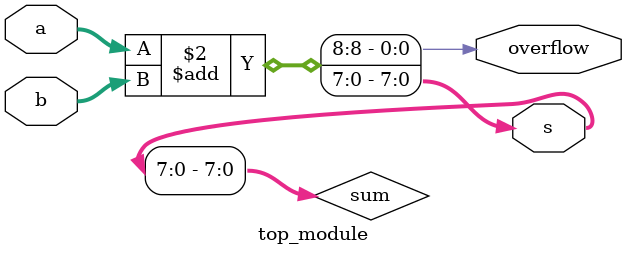
<source format=sv>
module top_module (
    input [7:0] a,
    input [7:0] b,
    output [7:0] s,
    output overflow
);

    reg [8:0] sum;
    
    always @(*) begin
        {overflow, sum[7:0]} = a + b;
    end
    
    assign s = sum[7:0];
    
endmodule

</source>
